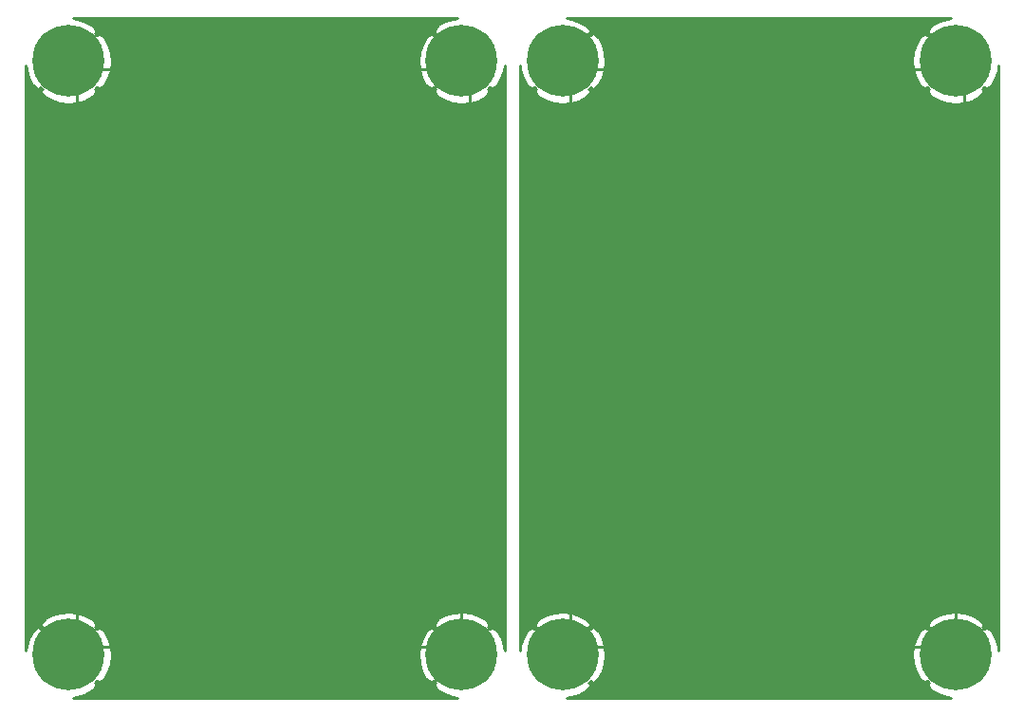
<source format=gbl>
G04 #@! TF.GenerationSoftware,KiCad,Pcbnew,(5.1.0)-1*
G04 #@! TF.CreationDate,2019-06-11T15:23:58-04:00*
G04 #@! TF.ProjectId,top and bottom case,746f7020-616e-4642-9062-6f74746f6d20,rev?*
G04 #@! TF.SameCoordinates,PX528a7e4PY5879c7c*
G04 #@! TF.FileFunction,Copper,L2,Bot*
G04 #@! TF.FilePolarity,Positive*
%FSLAX46Y46*%
G04 Gerber Fmt 4.6, Leading zero omitted, Abs format (unit mm)*
G04 Created by KiCad (PCBNEW (5.1.0)-1) date 2019-06-11 15:23:58*
%MOMM*%
%LPD*%
G04 APERTURE LIST*
%ADD10C,0.800000*%
%ADD11C,6.400000*%
%ADD12C,0.250000*%
%ADD13C,0.254000*%
G04 APERTURE END LIST*
D10*
X64443556Y29022556D03*
X62746500Y29725500D03*
X61049444Y29022556D03*
X60346500Y27325500D03*
X61049444Y25628444D03*
X62746500Y24925500D03*
X64443556Y25628444D03*
X65146500Y27325500D03*
D11*
X62746500Y27325500D03*
X27677500Y27325500D03*
D10*
X30077500Y27325500D03*
X29374556Y25628444D03*
X27677500Y24925500D03*
X25980444Y25628444D03*
X25277500Y27325500D03*
X25980444Y29022556D03*
X27677500Y29725500D03*
X29374556Y29022556D03*
X29374556Y-23977444D03*
X27677500Y-23274500D03*
X25980444Y-23977444D03*
X25277500Y-25674500D03*
X25980444Y-27371556D03*
X27677500Y-28074500D03*
X29374556Y-27371556D03*
X30077500Y-25674500D03*
D11*
X27677500Y-25674500D03*
X62746500Y-25674500D03*
D10*
X65146500Y-25674500D03*
X64443556Y-27371556D03*
X62746500Y-28074500D03*
X61049444Y-27371556D03*
X60346500Y-25674500D03*
X61049444Y-23977444D03*
X62746500Y-23274500D03*
X64443556Y-23977444D03*
D11*
X-16391500Y-25674500D03*
D10*
X-13991500Y-25674500D03*
X-14694444Y-27371556D03*
X-16391500Y-28074500D03*
X-18088556Y-27371556D03*
X-18791500Y-25674500D03*
X-18088556Y-23977444D03*
X-16391500Y-23274500D03*
X-14694444Y-23977444D03*
X-14694444Y29022556D03*
X-16391500Y29725500D03*
X-18088556Y29022556D03*
X-18791500Y27325500D03*
X-18088556Y25628444D03*
X-16391500Y24925500D03*
X-14694444Y25628444D03*
X-13991500Y27325500D03*
D11*
X-16391500Y27325500D03*
X18677500Y27325500D03*
D10*
X21077500Y27325500D03*
X20374556Y25628444D03*
X18677500Y24925500D03*
X16980444Y25628444D03*
X16277500Y27325500D03*
X16980444Y29022556D03*
X18677500Y29725500D03*
X20374556Y29022556D03*
X20374556Y-23977444D03*
X18677500Y-23274500D03*
X16980444Y-23977444D03*
X16277500Y-25674500D03*
X16980444Y-27371556D03*
X18677500Y-28074500D03*
X20374556Y-27371556D03*
X21077500Y-25674500D03*
D11*
X18677500Y-25674500D03*
D12*
X18677500Y27325500D02*
X18677500Y26252498D01*
X19402501Y24131501D02*
X19402501Y26600499D01*
X17952499Y26600499D02*
X18677500Y27325500D01*
X-15666499Y26600499D02*
X17952499Y26600499D01*
X18677500Y-21149017D02*
X18677500Y-25674500D01*
X19402501Y-20424016D02*
X18677500Y-21149017D01*
X19402501Y26600499D02*
X19402501Y-20424016D01*
X18677500Y27325500D02*
X19402501Y26600499D01*
X17952499Y-24949499D02*
X-15666499Y-24949499D01*
X18677500Y-25674500D02*
X17952499Y-24949499D01*
X-15666499Y26600499D02*
X-16391500Y27325500D01*
X-15666499Y-24949499D02*
X-15666499Y26600499D01*
X-16391500Y-25674500D02*
X-15666499Y-24949499D01*
X62746500Y27325500D02*
X62746500Y26252498D01*
X63471501Y24131501D02*
X63471501Y26600499D01*
X62021499Y-24949499D02*
X28402501Y-24949499D01*
X28402501Y26600499D02*
X27677500Y27325500D01*
X28402501Y-24949499D02*
X28402501Y26600499D01*
X27677500Y-25674500D02*
X28402501Y-24949499D01*
X63471501Y26600499D02*
X63471501Y-20424016D01*
X63471501Y-20424016D02*
X62746500Y-21149017D01*
X62746500Y-21149017D02*
X62746500Y-25674500D01*
X62746500Y27325500D02*
X63471501Y26600499D01*
X62746500Y-25674500D02*
X62021499Y-24949499D01*
X28402501Y26600499D02*
X62021499Y26600499D01*
X62021499Y26600499D02*
X62746500Y27325500D01*
D13*
G36*
X17949562Y31109678D02*
G01*
X17225292Y30894952D01*
X16556830Y30543055D01*
X16516412Y30516048D01*
X16156224Y30026381D01*
X16341916Y29840689D01*
X16320670Y29826493D01*
X16176507Y29682330D01*
X16162311Y29661084D01*
X15976619Y29846776D01*
X15486952Y29486588D01*
X15126651Y28822618D01*
X14902806Y28101115D01*
X14824020Y27349805D01*
X14893322Y26597562D01*
X15108048Y25873292D01*
X15459945Y25204830D01*
X15486952Y25164412D01*
X15976619Y24804224D01*
X16162311Y24989916D01*
X16176507Y24968670D01*
X16320670Y24824507D01*
X16341916Y24810311D01*
X16156224Y24624619D01*
X16516412Y24134952D01*
X17180382Y23774651D01*
X17901885Y23550806D01*
X18653195Y23472020D01*
X19405438Y23541322D01*
X20129708Y23756048D01*
X20798170Y24107945D01*
X20838588Y24134952D01*
X21198776Y24624619D01*
X21013084Y24810311D01*
X21034330Y24824507D01*
X21178493Y24968670D01*
X21192689Y24989916D01*
X21378381Y24804224D01*
X21868048Y25164412D01*
X22228349Y25828382D01*
X22452194Y26549885D01*
X22492500Y26934247D01*
X22492501Y825500D01*
X22492500Y-25281121D01*
X22461678Y-24946562D01*
X22246952Y-24222292D01*
X21895055Y-23553830D01*
X21868048Y-23513412D01*
X21378381Y-23153224D01*
X21192689Y-23338916D01*
X21178493Y-23317670D01*
X21034330Y-23173507D01*
X21013084Y-23159311D01*
X21198776Y-22973619D01*
X20838588Y-22483952D01*
X20174618Y-22123651D01*
X19453115Y-21899806D01*
X18701805Y-21821020D01*
X17949562Y-21890322D01*
X17225292Y-22105048D01*
X16556830Y-22456945D01*
X16516412Y-22483952D01*
X16156224Y-22973619D01*
X16341916Y-23159311D01*
X16320670Y-23173507D01*
X16176507Y-23317670D01*
X16162311Y-23338916D01*
X15976619Y-23153224D01*
X15486952Y-23513412D01*
X15126651Y-24177382D01*
X14902806Y-24898885D01*
X14824020Y-25650195D01*
X14893322Y-26402438D01*
X15108048Y-27126708D01*
X15459945Y-27795170D01*
X15486952Y-27835588D01*
X15976619Y-28195776D01*
X16162311Y-28010084D01*
X16176507Y-28031330D01*
X16320670Y-28175493D01*
X16341916Y-28189689D01*
X16156224Y-28375381D01*
X16516412Y-28865048D01*
X17180382Y-29225349D01*
X17901885Y-29449194D01*
X18286246Y-29489500D01*
X-15998121Y-29489500D01*
X-15663562Y-29458678D01*
X-14939292Y-29243952D01*
X-14270830Y-28892055D01*
X-14230412Y-28865048D01*
X-13870224Y-28375381D01*
X-14055916Y-28189689D01*
X-14034670Y-28175493D01*
X-13890507Y-28031330D01*
X-13876311Y-28010084D01*
X-13690619Y-28195776D01*
X-13200952Y-27835588D01*
X-12840651Y-27171618D01*
X-12616806Y-26450115D01*
X-12538020Y-25698805D01*
X-12607322Y-24946562D01*
X-12822048Y-24222292D01*
X-13173945Y-23553830D01*
X-13200952Y-23513412D01*
X-13690619Y-23153224D01*
X-13876311Y-23338916D01*
X-13890507Y-23317670D01*
X-14034670Y-23173507D01*
X-14055916Y-23159311D01*
X-13870224Y-22973619D01*
X-14230412Y-22483952D01*
X-14894382Y-22123651D01*
X-15615885Y-21899806D01*
X-16367195Y-21821020D01*
X-17119438Y-21890322D01*
X-17843708Y-22105048D01*
X-18512170Y-22456945D01*
X-18552588Y-22483952D01*
X-18912776Y-22973619D01*
X-18727084Y-23159311D01*
X-18748330Y-23173507D01*
X-18892493Y-23317670D01*
X-18906689Y-23338916D01*
X-19092381Y-23153224D01*
X-19582048Y-23513412D01*
X-19942349Y-24177382D01*
X-20166194Y-24898885D01*
X-20206500Y-25283246D01*
X-20206500Y26932121D01*
X-20175678Y26597562D01*
X-19960952Y25873292D01*
X-19609055Y25204830D01*
X-19582048Y25164412D01*
X-19092381Y24804224D01*
X-18906689Y24989916D01*
X-18892493Y24968670D01*
X-18748330Y24824507D01*
X-18727084Y24810311D01*
X-18912776Y24624619D01*
X-18552588Y24134952D01*
X-17888618Y23774651D01*
X-17167115Y23550806D01*
X-16415805Y23472020D01*
X-15663562Y23541322D01*
X-14939292Y23756048D01*
X-14270830Y24107945D01*
X-14230412Y24134952D01*
X-13870224Y24624619D01*
X-14055916Y24810311D01*
X-14034670Y24824507D01*
X-13890507Y24968670D01*
X-13876311Y24989916D01*
X-13690619Y24804224D01*
X-13200952Y25164412D01*
X-12840651Y25828382D01*
X-12616806Y26549885D01*
X-12538020Y27301195D01*
X-12607322Y28053438D01*
X-12822048Y28777708D01*
X-13173945Y29446170D01*
X-13200952Y29486588D01*
X-13690619Y29846776D01*
X-13876311Y29661084D01*
X-13890507Y29682330D01*
X-14034670Y29826493D01*
X-14055916Y29840689D01*
X-13870224Y30026381D01*
X-14230412Y30516048D01*
X-14894382Y30876349D01*
X-15615885Y31100194D01*
X-16000246Y31140500D01*
X18284121Y31140500D01*
X17949562Y31109678D01*
X17949562Y31109678D01*
G37*
X17949562Y31109678D02*
X17225292Y30894952D01*
X16556830Y30543055D01*
X16516412Y30516048D01*
X16156224Y30026381D01*
X16341916Y29840689D01*
X16320670Y29826493D01*
X16176507Y29682330D01*
X16162311Y29661084D01*
X15976619Y29846776D01*
X15486952Y29486588D01*
X15126651Y28822618D01*
X14902806Y28101115D01*
X14824020Y27349805D01*
X14893322Y26597562D01*
X15108048Y25873292D01*
X15459945Y25204830D01*
X15486952Y25164412D01*
X15976619Y24804224D01*
X16162311Y24989916D01*
X16176507Y24968670D01*
X16320670Y24824507D01*
X16341916Y24810311D01*
X16156224Y24624619D01*
X16516412Y24134952D01*
X17180382Y23774651D01*
X17901885Y23550806D01*
X18653195Y23472020D01*
X19405438Y23541322D01*
X20129708Y23756048D01*
X20798170Y24107945D01*
X20838588Y24134952D01*
X21198776Y24624619D01*
X21013084Y24810311D01*
X21034330Y24824507D01*
X21178493Y24968670D01*
X21192689Y24989916D01*
X21378381Y24804224D01*
X21868048Y25164412D01*
X22228349Y25828382D01*
X22452194Y26549885D01*
X22492500Y26934247D01*
X22492501Y825500D01*
X22492500Y-25281121D01*
X22461678Y-24946562D01*
X22246952Y-24222292D01*
X21895055Y-23553830D01*
X21868048Y-23513412D01*
X21378381Y-23153224D01*
X21192689Y-23338916D01*
X21178493Y-23317670D01*
X21034330Y-23173507D01*
X21013084Y-23159311D01*
X21198776Y-22973619D01*
X20838588Y-22483952D01*
X20174618Y-22123651D01*
X19453115Y-21899806D01*
X18701805Y-21821020D01*
X17949562Y-21890322D01*
X17225292Y-22105048D01*
X16556830Y-22456945D01*
X16516412Y-22483952D01*
X16156224Y-22973619D01*
X16341916Y-23159311D01*
X16320670Y-23173507D01*
X16176507Y-23317670D01*
X16162311Y-23338916D01*
X15976619Y-23153224D01*
X15486952Y-23513412D01*
X15126651Y-24177382D01*
X14902806Y-24898885D01*
X14824020Y-25650195D01*
X14893322Y-26402438D01*
X15108048Y-27126708D01*
X15459945Y-27795170D01*
X15486952Y-27835588D01*
X15976619Y-28195776D01*
X16162311Y-28010084D01*
X16176507Y-28031330D01*
X16320670Y-28175493D01*
X16341916Y-28189689D01*
X16156224Y-28375381D01*
X16516412Y-28865048D01*
X17180382Y-29225349D01*
X17901885Y-29449194D01*
X18286246Y-29489500D01*
X-15998121Y-29489500D01*
X-15663562Y-29458678D01*
X-14939292Y-29243952D01*
X-14270830Y-28892055D01*
X-14230412Y-28865048D01*
X-13870224Y-28375381D01*
X-14055916Y-28189689D01*
X-14034670Y-28175493D01*
X-13890507Y-28031330D01*
X-13876311Y-28010084D01*
X-13690619Y-28195776D01*
X-13200952Y-27835588D01*
X-12840651Y-27171618D01*
X-12616806Y-26450115D01*
X-12538020Y-25698805D01*
X-12607322Y-24946562D01*
X-12822048Y-24222292D01*
X-13173945Y-23553830D01*
X-13200952Y-23513412D01*
X-13690619Y-23153224D01*
X-13876311Y-23338916D01*
X-13890507Y-23317670D01*
X-14034670Y-23173507D01*
X-14055916Y-23159311D01*
X-13870224Y-22973619D01*
X-14230412Y-22483952D01*
X-14894382Y-22123651D01*
X-15615885Y-21899806D01*
X-16367195Y-21821020D01*
X-17119438Y-21890322D01*
X-17843708Y-22105048D01*
X-18512170Y-22456945D01*
X-18552588Y-22483952D01*
X-18912776Y-22973619D01*
X-18727084Y-23159311D01*
X-18748330Y-23173507D01*
X-18892493Y-23317670D01*
X-18906689Y-23338916D01*
X-19092381Y-23153224D01*
X-19582048Y-23513412D01*
X-19942349Y-24177382D01*
X-20166194Y-24898885D01*
X-20206500Y-25283246D01*
X-20206500Y26932121D01*
X-20175678Y26597562D01*
X-19960952Y25873292D01*
X-19609055Y25204830D01*
X-19582048Y25164412D01*
X-19092381Y24804224D01*
X-18906689Y24989916D01*
X-18892493Y24968670D01*
X-18748330Y24824507D01*
X-18727084Y24810311D01*
X-18912776Y24624619D01*
X-18552588Y24134952D01*
X-17888618Y23774651D01*
X-17167115Y23550806D01*
X-16415805Y23472020D01*
X-15663562Y23541322D01*
X-14939292Y23756048D01*
X-14270830Y24107945D01*
X-14230412Y24134952D01*
X-13870224Y24624619D01*
X-14055916Y24810311D01*
X-14034670Y24824507D01*
X-13890507Y24968670D01*
X-13876311Y24989916D01*
X-13690619Y24804224D01*
X-13200952Y25164412D01*
X-12840651Y25828382D01*
X-12616806Y26549885D01*
X-12538020Y27301195D01*
X-12607322Y28053438D01*
X-12822048Y28777708D01*
X-13173945Y29446170D01*
X-13200952Y29486588D01*
X-13690619Y29846776D01*
X-13876311Y29661084D01*
X-13890507Y29682330D01*
X-14034670Y29826493D01*
X-14055916Y29840689D01*
X-13870224Y30026381D01*
X-14230412Y30516048D01*
X-14894382Y30876349D01*
X-15615885Y31100194D01*
X-16000246Y31140500D01*
X18284121Y31140500D01*
X17949562Y31109678D01*
G36*
X-15498381Y-24637218D02*
G01*
X-15354218Y-24781381D01*
X-15332972Y-24795577D01*
X-16211895Y-25674500D01*
X-15332972Y-26553423D01*
X-15354218Y-26567619D01*
X-15498381Y-26711782D01*
X-15512577Y-26733028D01*
X-16391500Y-25854105D01*
X-16405642Y-25868248D01*
X-16585247Y-25688643D01*
X-16571105Y-25674500D01*
X-17450028Y-24795577D01*
X-17428782Y-24781381D01*
X-17284619Y-24637218D01*
X-17270423Y-24615972D01*
X-16391500Y-25494895D01*
X-15512577Y-24615972D01*
X-15498381Y-24637218D01*
X-15498381Y-24637218D01*
G37*
X-15498381Y-24637218D02*
X-15354218Y-24781381D01*
X-15332972Y-24795577D01*
X-16211895Y-25674500D01*
X-15332972Y-26553423D01*
X-15354218Y-26567619D01*
X-15498381Y-26711782D01*
X-15512577Y-26733028D01*
X-16391500Y-25854105D01*
X-16405642Y-25868248D01*
X-16585247Y-25688643D01*
X-16571105Y-25674500D01*
X-17450028Y-24795577D01*
X-17428782Y-24781381D01*
X-17284619Y-24637218D01*
X-17270423Y-24615972D01*
X-16391500Y-25494895D01*
X-15512577Y-24615972D01*
X-15498381Y-24637218D01*
G36*
X19570619Y-24637218D02*
G01*
X19714782Y-24781381D01*
X19736028Y-24795577D01*
X18857105Y-25674500D01*
X18871248Y-25688643D01*
X18691643Y-25868248D01*
X18677500Y-25854105D01*
X17798577Y-26733028D01*
X17784381Y-26711782D01*
X17640218Y-26567619D01*
X17618972Y-26553423D01*
X18497895Y-25674500D01*
X17618972Y-24795577D01*
X17640218Y-24781381D01*
X17784381Y-24637218D01*
X17798577Y-24615972D01*
X18677500Y-25494895D01*
X19556423Y-24615972D01*
X19570619Y-24637218D01*
X19570619Y-24637218D01*
G37*
X19570619Y-24637218D02*
X19714782Y-24781381D01*
X19736028Y-24795577D01*
X18857105Y-25674500D01*
X18871248Y-25688643D01*
X18691643Y-25868248D01*
X18677500Y-25854105D01*
X17798577Y-26733028D01*
X17784381Y-26711782D01*
X17640218Y-26567619D01*
X17618972Y-26553423D01*
X18497895Y-25674500D01*
X17618972Y-24795577D01*
X17640218Y-24781381D01*
X17784381Y-24637218D01*
X17798577Y-24615972D01*
X18677500Y-25494895D01*
X19556423Y-24615972D01*
X19570619Y-24637218D01*
G36*
X-15498381Y28362782D02*
G01*
X-15354218Y28218619D01*
X-15332972Y28204423D01*
X-16211895Y27325500D01*
X-15332972Y26446577D01*
X-15354218Y26432381D01*
X-15498381Y26288218D01*
X-15512577Y26266972D01*
X-16391500Y27145895D01*
X-17270423Y26266972D01*
X-17284619Y26288218D01*
X-17428782Y26432381D01*
X-17450028Y26446577D01*
X-16571105Y27325500D01*
X-16585247Y27339642D01*
X-16405642Y27519247D01*
X-16391500Y27505105D01*
X-15512577Y28384028D01*
X-15498381Y28362782D01*
X-15498381Y28362782D01*
G37*
X-15498381Y28362782D02*
X-15354218Y28218619D01*
X-15332972Y28204423D01*
X-16211895Y27325500D01*
X-15332972Y26446577D01*
X-15354218Y26432381D01*
X-15498381Y26288218D01*
X-15512577Y26266972D01*
X-16391500Y27145895D01*
X-17270423Y26266972D01*
X-17284619Y26288218D01*
X-17428782Y26432381D01*
X-17450028Y26446577D01*
X-16571105Y27325500D01*
X-16585247Y27339642D01*
X-16405642Y27519247D01*
X-16391500Y27505105D01*
X-15512577Y28384028D01*
X-15498381Y28362782D01*
G36*
X18677500Y27505105D02*
G01*
X18691643Y27519247D01*
X18871248Y27339642D01*
X18857105Y27325500D01*
X19736028Y26446577D01*
X19714782Y26432381D01*
X19570619Y26288218D01*
X19556423Y26266972D01*
X18677500Y27145895D01*
X17798577Y26266972D01*
X17784381Y26288218D01*
X17640218Y26432381D01*
X17618972Y26446577D01*
X18497895Y27325500D01*
X17618972Y28204423D01*
X17640218Y28218619D01*
X17784381Y28362782D01*
X17798577Y28384028D01*
X18677500Y27505105D01*
X18677500Y27505105D01*
G37*
X18677500Y27505105D02*
X18691643Y27519247D01*
X18871248Y27339642D01*
X18857105Y27325500D01*
X19736028Y26446577D01*
X19714782Y26432381D01*
X19570619Y26288218D01*
X19556423Y26266972D01*
X18677500Y27145895D01*
X17798577Y26266972D01*
X17784381Y26288218D01*
X17640218Y26432381D01*
X17618972Y26446577D01*
X18497895Y27325500D01*
X17618972Y28204423D01*
X17640218Y28218619D01*
X17784381Y28362782D01*
X17798577Y28384028D01*
X18677500Y27505105D01*
G36*
X62018562Y31109678D02*
G01*
X61294292Y30894952D01*
X60625830Y30543055D01*
X60585412Y30516048D01*
X60225224Y30026381D01*
X60410916Y29840689D01*
X60389670Y29826493D01*
X60245507Y29682330D01*
X60231311Y29661084D01*
X60045619Y29846776D01*
X59555952Y29486588D01*
X59195651Y28822618D01*
X58971806Y28101115D01*
X58893020Y27349805D01*
X58962322Y26597562D01*
X59177048Y25873292D01*
X59528945Y25204830D01*
X59555952Y25164412D01*
X60045619Y24804224D01*
X60231311Y24989916D01*
X60245507Y24968670D01*
X60389670Y24824507D01*
X60410916Y24810311D01*
X60225224Y24624619D01*
X60585412Y24134952D01*
X61249382Y23774651D01*
X61970885Y23550806D01*
X62722195Y23472020D01*
X63474438Y23541322D01*
X64198708Y23756048D01*
X64867170Y24107945D01*
X64907588Y24134952D01*
X65267776Y24624619D01*
X65082084Y24810311D01*
X65103330Y24824507D01*
X65247493Y24968670D01*
X65261689Y24989916D01*
X65447381Y24804224D01*
X65937048Y25164412D01*
X66297349Y25828382D01*
X66521194Y26549885D01*
X66561500Y26934247D01*
X66561501Y-25281132D01*
X66530678Y-24946562D01*
X66315952Y-24222292D01*
X65964055Y-23553830D01*
X65937048Y-23513412D01*
X65447381Y-23153224D01*
X65261689Y-23338916D01*
X65247493Y-23317670D01*
X65103330Y-23173507D01*
X65082084Y-23159311D01*
X65267776Y-22973619D01*
X64907588Y-22483952D01*
X64243618Y-22123651D01*
X63522115Y-21899806D01*
X62770805Y-21821020D01*
X62018562Y-21890322D01*
X61294292Y-22105048D01*
X60625830Y-22456945D01*
X60585412Y-22483952D01*
X60225224Y-22973619D01*
X60410916Y-23159311D01*
X60389670Y-23173507D01*
X60245507Y-23317670D01*
X60231311Y-23338916D01*
X60045619Y-23153224D01*
X59555952Y-23513412D01*
X59195651Y-24177382D01*
X58971806Y-24898885D01*
X58893020Y-25650195D01*
X58962322Y-26402438D01*
X59177048Y-27126708D01*
X59528945Y-27795170D01*
X59555952Y-27835588D01*
X60045619Y-28195776D01*
X60231311Y-28010084D01*
X60245507Y-28031330D01*
X60389670Y-28175493D01*
X60410916Y-28189689D01*
X60225224Y-28375381D01*
X60585412Y-28865048D01*
X61249382Y-29225349D01*
X61970885Y-29449194D01*
X62355246Y-29489500D01*
X28070879Y-29489500D01*
X28405438Y-29458678D01*
X29129708Y-29243952D01*
X29798170Y-28892055D01*
X29838588Y-28865048D01*
X30198776Y-28375381D01*
X30013084Y-28189689D01*
X30034330Y-28175493D01*
X30178493Y-28031330D01*
X30192689Y-28010084D01*
X30378381Y-28195776D01*
X30868048Y-27835588D01*
X31228349Y-27171618D01*
X31452194Y-26450115D01*
X31530980Y-25698805D01*
X31461678Y-24946562D01*
X31246952Y-24222292D01*
X30895055Y-23553830D01*
X30868048Y-23513412D01*
X30378381Y-23153224D01*
X30192689Y-23338916D01*
X30178493Y-23317670D01*
X30034330Y-23173507D01*
X30013084Y-23159311D01*
X30198776Y-22973619D01*
X29838588Y-22483952D01*
X29174618Y-22123651D01*
X28453115Y-21899806D01*
X27701805Y-21821020D01*
X26949562Y-21890322D01*
X26225292Y-22105048D01*
X25556830Y-22456945D01*
X25516412Y-22483952D01*
X25156224Y-22973619D01*
X25341916Y-23159311D01*
X25320670Y-23173507D01*
X25176507Y-23317670D01*
X25162311Y-23338916D01*
X24976619Y-23153224D01*
X24486952Y-23513412D01*
X24126651Y-24177382D01*
X23902806Y-24898885D01*
X23862500Y-25283246D01*
X23862500Y26932121D01*
X23893322Y26597562D01*
X24108048Y25873292D01*
X24459945Y25204830D01*
X24486952Y25164412D01*
X24976619Y24804224D01*
X25162311Y24989916D01*
X25176507Y24968670D01*
X25320670Y24824507D01*
X25341916Y24810311D01*
X25156224Y24624619D01*
X25516412Y24134952D01*
X26180382Y23774651D01*
X26901885Y23550806D01*
X27653195Y23472020D01*
X28405438Y23541322D01*
X29129708Y23756048D01*
X29798170Y24107945D01*
X29838588Y24134952D01*
X30198776Y24624619D01*
X30013084Y24810311D01*
X30034330Y24824507D01*
X30178493Y24968670D01*
X30192689Y24989916D01*
X30378381Y24804224D01*
X30868048Y25164412D01*
X31228349Y25828382D01*
X31452194Y26549885D01*
X31530980Y27301195D01*
X31461678Y28053438D01*
X31246952Y28777708D01*
X30895055Y29446170D01*
X30868048Y29486588D01*
X30378381Y29846776D01*
X30192689Y29661084D01*
X30178493Y29682330D01*
X30034330Y29826493D01*
X30013084Y29840689D01*
X30198776Y30026381D01*
X29838588Y30516048D01*
X29174618Y30876349D01*
X28453115Y31100194D01*
X28068754Y31140500D01*
X62353121Y31140500D01*
X62018562Y31109678D01*
X62018562Y31109678D01*
G37*
X62018562Y31109678D02*
X61294292Y30894952D01*
X60625830Y30543055D01*
X60585412Y30516048D01*
X60225224Y30026381D01*
X60410916Y29840689D01*
X60389670Y29826493D01*
X60245507Y29682330D01*
X60231311Y29661084D01*
X60045619Y29846776D01*
X59555952Y29486588D01*
X59195651Y28822618D01*
X58971806Y28101115D01*
X58893020Y27349805D01*
X58962322Y26597562D01*
X59177048Y25873292D01*
X59528945Y25204830D01*
X59555952Y25164412D01*
X60045619Y24804224D01*
X60231311Y24989916D01*
X60245507Y24968670D01*
X60389670Y24824507D01*
X60410916Y24810311D01*
X60225224Y24624619D01*
X60585412Y24134952D01*
X61249382Y23774651D01*
X61970885Y23550806D01*
X62722195Y23472020D01*
X63474438Y23541322D01*
X64198708Y23756048D01*
X64867170Y24107945D01*
X64907588Y24134952D01*
X65267776Y24624619D01*
X65082084Y24810311D01*
X65103330Y24824507D01*
X65247493Y24968670D01*
X65261689Y24989916D01*
X65447381Y24804224D01*
X65937048Y25164412D01*
X66297349Y25828382D01*
X66521194Y26549885D01*
X66561500Y26934247D01*
X66561501Y-25281132D01*
X66530678Y-24946562D01*
X66315952Y-24222292D01*
X65964055Y-23553830D01*
X65937048Y-23513412D01*
X65447381Y-23153224D01*
X65261689Y-23338916D01*
X65247493Y-23317670D01*
X65103330Y-23173507D01*
X65082084Y-23159311D01*
X65267776Y-22973619D01*
X64907588Y-22483952D01*
X64243618Y-22123651D01*
X63522115Y-21899806D01*
X62770805Y-21821020D01*
X62018562Y-21890322D01*
X61294292Y-22105048D01*
X60625830Y-22456945D01*
X60585412Y-22483952D01*
X60225224Y-22973619D01*
X60410916Y-23159311D01*
X60389670Y-23173507D01*
X60245507Y-23317670D01*
X60231311Y-23338916D01*
X60045619Y-23153224D01*
X59555952Y-23513412D01*
X59195651Y-24177382D01*
X58971806Y-24898885D01*
X58893020Y-25650195D01*
X58962322Y-26402438D01*
X59177048Y-27126708D01*
X59528945Y-27795170D01*
X59555952Y-27835588D01*
X60045619Y-28195776D01*
X60231311Y-28010084D01*
X60245507Y-28031330D01*
X60389670Y-28175493D01*
X60410916Y-28189689D01*
X60225224Y-28375381D01*
X60585412Y-28865048D01*
X61249382Y-29225349D01*
X61970885Y-29449194D01*
X62355246Y-29489500D01*
X28070879Y-29489500D01*
X28405438Y-29458678D01*
X29129708Y-29243952D01*
X29798170Y-28892055D01*
X29838588Y-28865048D01*
X30198776Y-28375381D01*
X30013084Y-28189689D01*
X30034330Y-28175493D01*
X30178493Y-28031330D01*
X30192689Y-28010084D01*
X30378381Y-28195776D01*
X30868048Y-27835588D01*
X31228349Y-27171618D01*
X31452194Y-26450115D01*
X31530980Y-25698805D01*
X31461678Y-24946562D01*
X31246952Y-24222292D01*
X30895055Y-23553830D01*
X30868048Y-23513412D01*
X30378381Y-23153224D01*
X30192689Y-23338916D01*
X30178493Y-23317670D01*
X30034330Y-23173507D01*
X30013084Y-23159311D01*
X30198776Y-22973619D01*
X29838588Y-22483952D01*
X29174618Y-22123651D01*
X28453115Y-21899806D01*
X27701805Y-21821020D01*
X26949562Y-21890322D01*
X26225292Y-22105048D01*
X25556830Y-22456945D01*
X25516412Y-22483952D01*
X25156224Y-22973619D01*
X25341916Y-23159311D01*
X25320670Y-23173507D01*
X25176507Y-23317670D01*
X25162311Y-23338916D01*
X24976619Y-23153224D01*
X24486952Y-23513412D01*
X24126651Y-24177382D01*
X23902806Y-24898885D01*
X23862500Y-25283246D01*
X23862500Y26932121D01*
X23893322Y26597562D01*
X24108048Y25873292D01*
X24459945Y25204830D01*
X24486952Y25164412D01*
X24976619Y24804224D01*
X25162311Y24989916D01*
X25176507Y24968670D01*
X25320670Y24824507D01*
X25341916Y24810311D01*
X25156224Y24624619D01*
X25516412Y24134952D01*
X26180382Y23774651D01*
X26901885Y23550806D01*
X27653195Y23472020D01*
X28405438Y23541322D01*
X29129708Y23756048D01*
X29798170Y24107945D01*
X29838588Y24134952D01*
X30198776Y24624619D01*
X30013084Y24810311D01*
X30034330Y24824507D01*
X30178493Y24968670D01*
X30192689Y24989916D01*
X30378381Y24804224D01*
X30868048Y25164412D01*
X31228349Y25828382D01*
X31452194Y26549885D01*
X31530980Y27301195D01*
X31461678Y28053438D01*
X31246952Y28777708D01*
X30895055Y29446170D01*
X30868048Y29486588D01*
X30378381Y29846776D01*
X30192689Y29661084D01*
X30178493Y29682330D01*
X30034330Y29826493D01*
X30013084Y29840689D01*
X30198776Y30026381D01*
X29838588Y30516048D01*
X29174618Y30876349D01*
X28453115Y31100194D01*
X28068754Y31140500D01*
X62353121Y31140500D01*
X62018562Y31109678D01*
G36*
X28570619Y-24637218D02*
G01*
X28714782Y-24781381D01*
X28736028Y-24795577D01*
X27857105Y-25674500D01*
X28736028Y-26553423D01*
X28714782Y-26567619D01*
X28570619Y-26711782D01*
X28556423Y-26733028D01*
X27677500Y-25854105D01*
X27663358Y-25868248D01*
X27483753Y-25688643D01*
X27497895Y-25674500D01*
X26618972Y-24795577D01*
X26640218Y-24781381D01*
X26784381Y-24637218D01*
X26798577Y-24615972D01*
X27677500Y-25494895D01*
X28556423Y-24615972D01*
X28570619Y-24637218D01*
X28570619Y-24637218D01*
G37*
X28570619Y-24637218D02*
X28714782Y-24781381D01*
X28736028Y-24795577D01*
X27857105Y-25674500D01*
X28736028Y-26553423D01*
X28714782Y-26567619D01*
X28570619Y-26711782D01*
X28556423Y-26733028D01*
X27677500Y-25854105D01*
X27663358Y-25868248D01*
X27483753Y-25688643D01*
X27497895Y-25674500D01*
X26618972Y-24795577D01*
X26640218Y-24781381D01*
X26784381Y-24637218D01*
X26798577Y-24615972D01*
X27677500Y-25494895D01*
X28556423Y-24615972D01*
X28570619Y-24637218D01*
G36*
X63639619Y-24637218D02*
G01*
X63783782Y-24781381D01*
X63805028Y-24795577D01*
X62926105Y-25674500D01*
X62940248Y-25688643D01*
X62760643Y-25868248D01*
X62746500Y-25854105D01*
X61867577Y-26733028D01*
X61853381Y-26711782D01*
X61709218Y-26567619D01*
X61687972Y-26553423D01*
X62566895Y-25674500D01*
X61687972Y-24795577D01*
X61709218Y-24781381D01*
X61853381Y-24637218D01*
X61867577Y-24615972D01*
X62746500Y-25494895D01*
X63625423Y-24615972D01*
X63639619Y-24637218D01*
X63639619Y-24637218D01*
G37*
X63639619Y-24637218D02*
X63783782Y-24781381D01*
X63805028Y-24795577D01*
X62926105Y-25674500D01*
X62940248Y-25688643D01*
X62760643Y-25868248D01*
X62746500Y-25854105D01*
X61867577Y-26733028D01*
X61853381Y-26711782D01*
X61709218Y-26567619D01*
X61687972Y-26553423D01*
X62566895Y-25674500D01*
X61687972Y-24795577D01*
X61709218Y-24781381D01*
X61853381Y-24637218D01*
X61867577Y-24615972D01*
X62746500Y-25494895D01*
X63625423Y-24615972D01*
X63639619Y-24637218D01*
G36*
X62746500Y27505105D02*
G01*
X62760643Y27519247D01*
X62940248Y27339642D01*
X62926105Y27325500D01*
X63805028Y26446577D01*
X63783782Y26432381D01*
X63639619Y26288218D01*
X63625423Y26266972D01*
X62746500Y27145895D01*
X61867577Y26266972D01*
X61853381Y26288218D01*
X61709218Y26432381D01*
X61687972Y26446577D01*
X62566895Y27325500D01*
X61687972Y28204423D01*
X61709218Y28218619D01*
X61853381Y28362782D01*
X61867577Y28384028D01*
X62746500Y27505105D01*
X62746500Y27505105D01*
G37*
X62746500Y27505105D02*
X62760643Y27519247D01*
X62940248Y27339642D01*
X62926105Y27325500D01*
X63805028Y26446577D01*
X63783782Y26432381D01*
X63639619Y26288218D01*
X63625423Y26266972D01*
X62746500Y27145895D01*
X61867577Y26266972D01*
X61853381Y26288218D01*
X61709218Y26432381D01*
X61687972Y26446577D01*
X62566895Y27325500D01*
X61687972Y28204423D01*
X61709218Y28218619D01*
X61853381Y28362782D01*
X61867577Y28384028D01*
X62746500Y27505105D01*
G36*
X28570619Y28362782D02*
G01*
X28714782Y28218619D01*
X28736028Y28204423D01*
X27857105Y27325500D01*
X28736028Y26446577D01*
X28714782Y26432381D01*
X28570619Y26288218D01*
X28556423Y26266972D01*
X27677500Y27145895D01*
X26798577Y26266972D01*
X26784381Y26288218D01*
X26640218Y26432381D01*
X26618972Y26446577D01*
X27497895Y27325500D01*
X27483753Y27339642D01*
X27663358Y27519247D01*
X27677500Y27505105D01*
X28556423Y28384028D01*
X28570619Y28362782D01*
X28570619Y28362782D01*
G37*
X28570619Y28362782D02*
X28714782Y28218619D01*
X28736028Y28204423D01*
X27857105Y27325500D01*
X28736028Y26446577D01*
X28714782Y26432381D01*
X28570619Y26288218D01*
X28556423Y26266972D01*
X27677500Y27145895D01*
X26798577Y26266972D01*
X26784381Y26288218D01*
X26640218Y26432381D01*
X26618972Y26446577D01*
X27497895Y27325500D01*
X27483753Y27339642D01*
X27663358Y27519247D01*
X27677500Y27505105D01*
X28556423Y28384028D01*
X28570619Y28362782D01*
M02*

</source>
